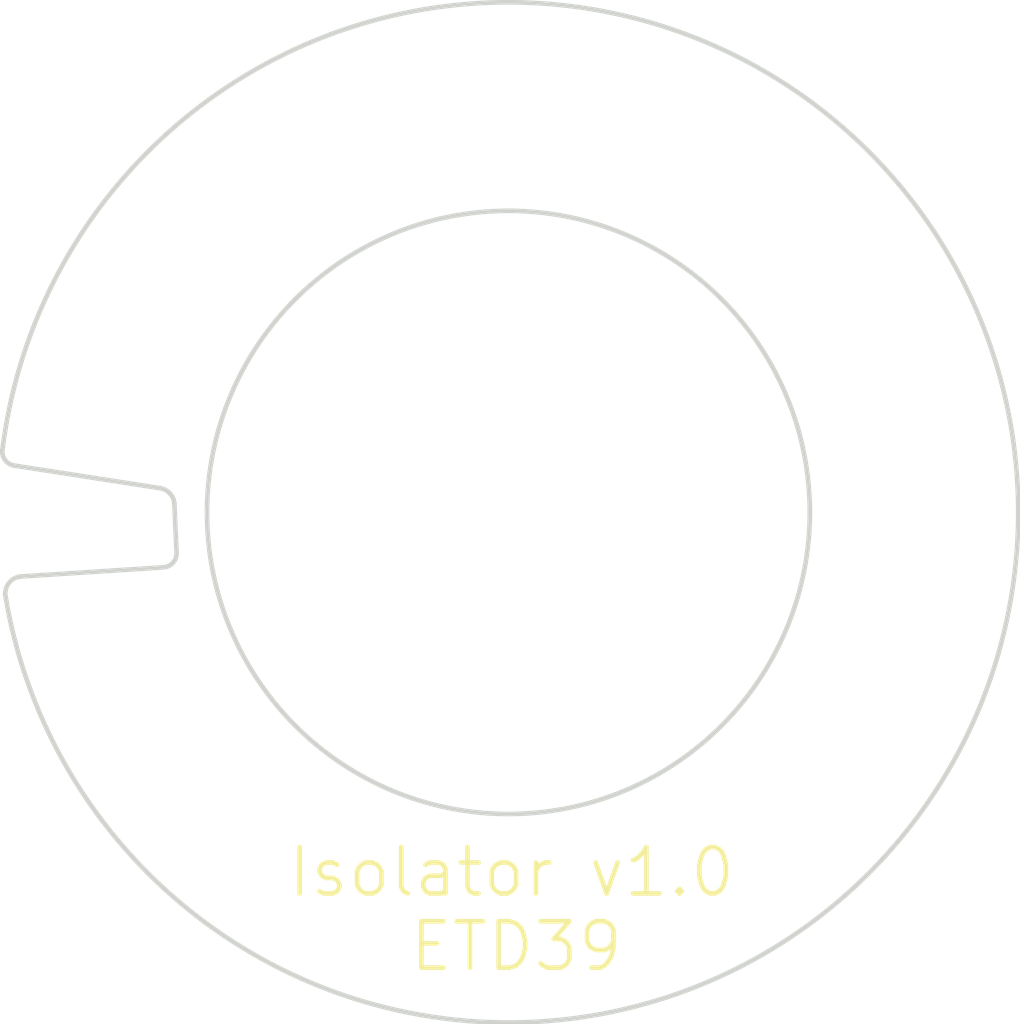
<source format=kicad_pcb>
(kicad_pcb
	(version 20240108)
	(generator "pcbnew")
	(generator_version "8.0")
	(general
		(thickness 0.6)
		(legacy_teardrops no)
	)
	(paper "A4")
	(layers
		(0 "F.Cu" signal)
		(31 "B.Cu" signal)
		(32 "B.Adhes" user "B.Adhesive")
		(33 "F.Adhes" user "F.Adhesive")
		(34 "B.Paste" user)
		(35 "F.Paste" user)
		(36 "B.SilkS" user "B.Silkscreen")
		(37 "F.SilkS" user "F.Silkscreen")
		(38 "B.Mask" user)
		(39 "F.Mask" user)
		(40 "Dwgs.User" user "User.Drawings")
		(41 "Cmts.User" user "User.Comments")
		(42 "Eco1.User" user "User.Eco1")
		(43 "Eco2.User" user "User.Eco2")
		(44 "Edge.Cuts" user)
		(45 "Margin" user)
		(46 "B.CrtYd" user "B.Courtyard")
		(47 "F.CrtYd" user "F.Courtyard")
		(48 "B.Fab" user)
		(49 "F.Fab" user)
		(50 "User.1" user)
		(51 "User.2" user)
		(52 "User.3" user)
		(53 "User.4" user)
		(54 "User.5" user)
		(55 "User.6" user)
		(56 "User.7" user)
		(57 "User.8" user)
		(58 "User.9" user)
	)
	(setup
		(stackup
			(layer "F.SilkS"
				(type "Top Silk Screen")
			)
			(layer "F.Paste"
				(type "Top Solder Paste")
			)
			(layer "F.Mask"
				(type "Top Solder Mask")
				(thickness 0.01)
			)
			(layer "F.Cu"
				(type "copper")
				(thickness 0.035)
			)
			(layer "dielectric 1"
				(type "core")
				(thickness 0.51)
				(material "FR4")
				(epsilon_r 4.5)
				(loss_tangent 0.02)
			)
			(layer "B.Cu"
				(type "copper")
				(thickness 0.035)
			)
			(layer "B.Mask"
				(type "Bottom Solder Mask")
				(thickness 0.01)
			)
			(layer "B.Paste"
				(type "Bottom Solder Paste")
			)
			(layer "B.SilkS"
				(type "Bottom Silk Screen")
			)
			(copper_finish "None")
			(dielectric_constraints no)
		)
		(pad_to_mask_clearance 0)
		(allow_soldermask_bridges_in_footprints no)
		(pcbplotparams
			(layerselection 0x00010fc_ffffffff)
			(plot_on_all_layers_selection 0x0000000_00000000)
			(disableapertmacros no)
			(usegerberextensions no)
			(usegerberattributes yes)
			(usegerberadvancedattributes yes)
			(creategerberjobfile yes)
			(dashed_line_dash_ratio 12.000000)
			(dashed_line_gap_ratio 3.000000)
			(svgprecision 4)
			(plotframeref no)
			(viasonmask no)
			(mode 1)
			(useauxorigin no)
			(hpglpennumber 1)
			(hpglpenspeed 20)
			(hpglpendiameter 15.000000)
			(pdf_front_fp_property_popups yes)
			(pdf_back_fp_property_popups yes)
			(dxfpolygonmode yes)
			(dxfimperialunits yes)
			(dxfusepcbnewfont yes)
			(psnegative no)
			(psa4output no)
			(plotreference yes)
			(plotvalue yes)
			(plotfptext yes)
			(plotinvisibletext no)
			(sketchpadsonfab no)
			(subtractmaskfromsilk no)
			(outputformat 1)
			(mirror no)
			(drillshape 1)
			(scaleselection 1)
			(outputdirectory "")
		)
	)
	(net 0 "")
	(gr_circle
		(center 150 100)
		(end 156.5 100)
		(stroke
			(width 0.1)
			(type default)
		)
		(fill none)
		(layer "Edge.Cuts")
		(uuid "5e03e167-78e3-411e-abcb-14d8e45795bb")
	)
	(gr_arc
		(start 139.087723 98.656414)
		(mid 160.992369 99.77465)
		(end 139.151956 101.789678)
		(stroke
			(width 0.1)
			(type default)
		)
		(layer "Edge.Cuts")
		(uuid "95fbff08-247d-4993-9d3d-aa07c088e10d")
	)
	(gr_arc
		(start 139.34 98.99)
		(mid 139.147419 98.873454)
		(end 139.087722 98.656414)
		(stroke
			(width 0.1)
			(type default)
		)
		(layer "Edge.Cuts")
		(uuid "980976c7-d496-43f7-8ef5-7b41e2eab22f")
	)
	(gr_arc
		(start 142.478178 99.475989)
		(mid 142.692535 99.58329)
		(end 142.795 99.8)
		(stroke
			(width 0.1)
			(type default)
		)
		(layer "Edge.Cuts")
		(uuid "a52669d2-c851-4d5b-9c3b-1f8df8e8246e")
	)
	(gr_arc
		(start 142.844138 100.88)
		(mid 142.761282 101.088647)
		(end 142.557861 101.183613)
		(stroke
			(width 0.1)
			(type default)
		)
		(layer "Edge.Cuts")
		(uuid "c32860ce-68df-42d4-9828-66bc954019b2")
	)
	(gr_line
		(start 139.34 98.99)
		(end 142.478178 99.475989)
		(stroke
			(width 0.1)
			(type default)
		)
		(layer "Edge.Cuts")
		(uuid "d41a116d-c7a7-495f-8181-07308c8c4855")
	)
	(gr_line
		(start 142.557861 101.183613)
		(end 139.467555 101.382739)
		(stroke
			(width 0.1)
			(type default)
		)
		(layer "Edge.Cuts")
		(uuid "d5619356-c35b-408f-b507-33618f0c9e4a")
	)
	(gr_arc
		(start 139.151957 101.789678)
		(mid 139.227249 101.522221)
		(end 139.467555 101.382739)
		(stroke
			(width 0.1)
			(type default)
		)
		(layer "Edge.Cuts")
		(uuid "d5cb54cb-df29-44d0-84d5-8b06206c81d8")
	)
	(gr_line
		(start 142.795 99.8)
		(end 142.844138 100.88)
		(stroke
			(width 0.1)
			(type default)
		)
		(layer "Edge.Cuts")
		(uuid "ec6469b0-95f5-49aa-b26e-ae08f5d57232")
	)
	(gr_text "ETD39"
		(at 147.81886 109.94 0)
		(layer "F.SilkS")
		(uuid "c2d25c04-d2a5-409f-8441-e6e4fabdc54f")
		(effects
			(font
				(size 1 1)
				(thickness 0.1)
			)
			(justify left bottom)
		)
	)
	(gr_text "Isolator v1.0"
		(at 145.194445 108.34 0)
		(layer "F.SilkS")
		(uuid "f647b7ed-784c-42d3-aa8c-687e6c332755")
		(effects
			(font
				(size 1 1)
				(thickness 0.1)
			)
			(justify left bottom)
		)
	)
)

</source>
